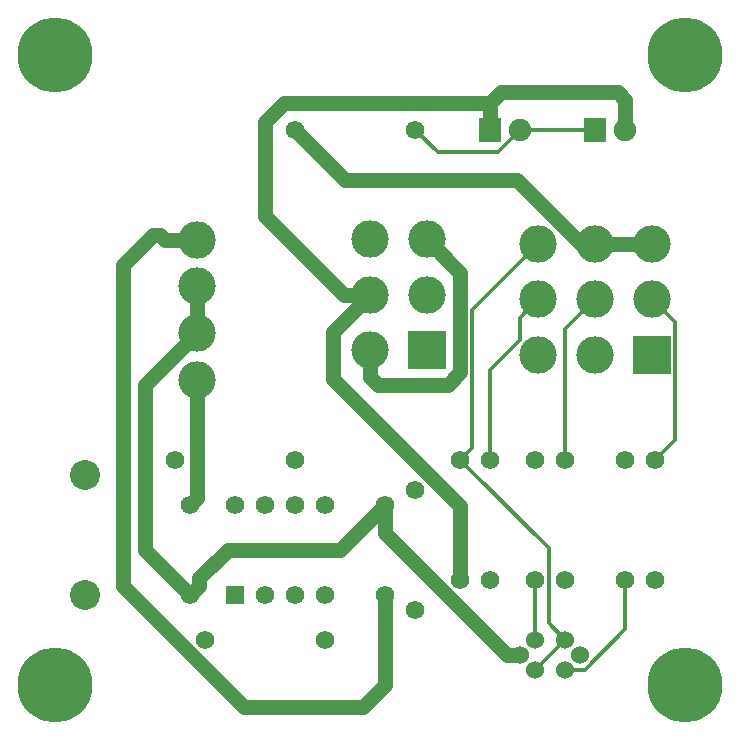
<source format=gbr>
G04 #@! TF.FileFunction,Copper,L2,Bot,Signal*
%FSLAX46Y46*%
G04 Gerber Fmt 4.6, Leading zero omitted, Abs format (unit mm)*
G04 Created by KiCad (PCBNEW (2016-03-22 BZR 6643, Git db8c72c)-product) date 4/2/2016 6:33:22 PM*
%MOMM*%
G01*
G04 APERTURE LIST*
%ADD10C,0.100000*%
%ADD11C,1.574800*%
%ADD12R,1.900000X2.000000*%
%ADD13C,1.900000*%
%ADD14C,3.175000*%
%ADD15R,3.175000X3.175000*%
%ADD16R,1.574800X1.574800*%
%ADD17C,2.540000*%
%ADD18C,6.350000*%
%ADD19C,1.524000*%
%ADD20C,1.270000*%
%ADD21C,0.304800*%
G04 APERTURE END LIST*
D10*
D11*
X111760000Y-92710000D03*
X111760000Y-100330000D03*
X128270000Y-100330000D03*
X128270000Y-92710000D03*
D12*
X146050000Y-60960000D03*
D13*
X148590000Y-60960000D03*
D12*
X137160000Y-60960000D03*
D13*
X139700000Y-60960000D03*
D14*
X112318800Y-82143600D03*
X112318800Y-78181200D03*
X112318800Y-74218800D03*
X112318800Y-70256400D03*
D11*
X120650000Y-60960000D03*
X130810000Y-60960000D03*
X148590000Y-88878951D03*
X148590000Y-99038951D03*
X151130000Y-88900000D03*
X151130000Y-99060000D03*
X137160000Y-88900000D03*
X137160000Y-99060000D03*
X134620000Y-88900000D03*
X134620000Y-99060000D03*
X140970000Y-88900000D03*
X140970000Y-99060000D03*
X143510000Y-88900000D03*
X143510000Y-99060000D03*
X130810000Y-101600000D03*
X130810000Y-91440000D03*
X113030000Y-104140000D03*
X123190000Y-104140000D03*
X110490000Y-88900000D03*
X120650000Y-88900000D03*
D15*
X131800600Y-79629000D03*
D14*
X131800600Y-74930000D03*
X131800600Y-70231000D03*
X127000000Y-79629000D03*
X127000000Y-74930000D03*
X127000000Y-70231000D03*
D15*
X150850600Y-80010000D03*
D14*
X150850600Y-75311000D03*
X150850600Y-70612000D03*
X146050000Y-80010000D03*
X146050000Y-75311000D03*
X146050000Y-70612000D03*
X141249400Y-80010000D03*
X141249400Y-75311000D03*
X141249400Y-70612000D03*
D16*
X115570000Y-100330000D03*
D11*
X118110000Y-100330000D03*
X120650000Y-100330000D03*
X123190000Y-100330000D03*
X123190000Y-92710000D03*
X120650000Y-92710000D03*
X118110000Y-92710000D03*
X115570000Y-92710000D03*
D17*
X102870000Y-100330000D03*
X102870000Y-90170000D03*
D18*
X100330000Y-107950000D03*
X153670000Y-107950000D03*
X100330000Y-54610000D03*
X153670000Y-54610000D03*
D19*
X144780000Y-105410000D03*
X143510000Y-106680000D03*
X143510000Y-104140000D03*
X140970000Y-104140000D03*
X140970000Y-106680000D03*
X139700000Y-105410000D03*
D20*
X112318800Y-82143600D02*
X112318800Y-92151200D01*
X112318800Y-92151200D02*
X111760000Y-92710000D01*
X112318800Y-78181200D02*
X107950000Y-82550000D01*
X107950000Y-96520000D02*
X110972601Y-99542601D01*
X107950000Y-82550000D02*
X107950000Y-96520000D01*
X110972601Y-99542601D02*
X111760000Y-100330000D01*
X128270000Y-92710000D02*
X128270000Y-95115890D01*
X128270000Y-95115890D02*
X138564110Y-105410000D01*
X138564110Y-105410000D02*
X138622370Y-105410000D01*
X138622370Y-105410000D02*
X139700000Y-105410000D01*
X114935000Y-96520000D02*
X124460000Y-96520000D01*
X112547399Y-99542601D02*
X112547399Y-98907601D01*
X111760000Y-100330000D02*
X112547399Y-99542601D01*
X112547399Y-98907601D02*
X114935000Y-96520000D01*
X124460000Y-96520000D02*
X128270000Y-92710000D01*
X112318800Y-74218800D02*
X112318800Y-78181200D01*
X128270000Y-100330000D02*
X128270000Y-107950000D01*
X116339110Y-109855000D02*
X106045000Y-99560890D01*
X109626400Y-70256400D02*
X112318800Y-70256400D01*
X128270000Y-107950000D02*
X126365000Y-109855000D01*
X126365000Y-109855000D02*
X116339110Y-109855000D01*
X106045000Y-99560890D02*
X106045000Y-72390000D01*
X108585000Y-69850000D02*
X109220000Y-69850000D01*
X109220000Y-69850000D02*
X109626400Y-70256400D01*
X106045000Y-72390000D02*
X108585000Y-69850000D01*
X134620000Y-81493362D02*
X134620000Y-73050400D01*
X134620000Y-73050400D02*
X131800600Y-70231000D01*
X127675936Y-82550000D02*
X133563362Y-82550000D01*
X133563362Y-82550000D02*
X134620000Y-81493362D01*
X127000000Y-79629000D02*
X127000000Y-81874064D01*
X127000000Y-81874064D02*
X127675936Y-82550000D01*
D21*
X130810000Y-60960000D02*
X132715000Y-62865000D01*
X132715000Y-62865000D02*
X137795000Y-62865000D01*
X137795000Y-62865000D02*
X138750001Y-61909999D01*
X138750001Y-61909999D02*
X139700000Y-60960000D01*
X146050000Y-60960000D02*
X139700000Y-60960000D01*
X143510000Y-106680000D02*
X145164050Y-106680000D01*
X145164050Y-106680000D02*
X148590000Y-103254050D01*
X148590000Y-103254050D02*
X148590000Y-100152502D01*
X148590000Y-100152502D02*
X148590000Y-99038951D01*
X143510000Y-104140000D02*
X142113001Y-102743001D01*
X142113001Y-102743001D02*
X142113001Y-96393001D01*
X142113001Y-96393001D02*
X135407399Y-89687399D01*
X135407399Y-89687399D02*
X134620000Y-88900000D01*
X140970000Y-106680000D02*
X141731999Y-105918001D01*
X141731999Y-105918001D02*
X143510000Y-104140000D01*
X141249400Y-70612000D02*
X135610610Y-76250790D01*
X135610610Y-76250790D02*
X135610610Y-87909390D01*
X135407399Y-88112601D02*
X134620000Y-88900000D01*
X135610610Y-87909390D02*
X135407399Y-88112601D01*
X140970000Y-104140000D02*
X140970000Y-99060000D01*
X150850600Y-75311000D02*
X152793701Y-77254101D01*
X152793701Y-77254101D02*
X152793701Y-87236299D01*
X151917399Y-88112601D02*
X151130000Y-88900000D01*
X152793701Y-87236299D02*
X151917399Y-88112601D01*
X141249400Y-75311000D02*
X139661901Y-76898499D01*
X139661901Y-76898499D02*
X139661901Y-78778099D01*
X139661901Y-78778099D02*
X137160000Y-81280000D01*
X137160000Y-81280000D02*
X137160000Y-87786449D01*
X137160000Y-87786449D02*
X137160000Y-88900000D01*
X146050000Y-75311000D02*
X143510000Y-77851000D01*
X143510000Y-77851000D02*
X143510000Y-88900000D01*
D20*
X127000000Y-74930000D02*
X123825000Y-78105000D01*
X123825000Y-78105000D02*
X123825000Y-82049110D01*
X123825000Y-82049110D02*
X134620000Y-92844110D01*
X134620000Y-92844110D02*
X134620000Y-97946449D01*
X134620000Y-97946449D02*
X134620000Y-99060000D01*
X118110000Y-60325000D02*
X119745000Y-58690000D01*
X119745000Y-58690000D02*
X137160000Y-58690000D01*
X118110000Y-68285064D02*
X118110000Y-60325000D01*
X127000000Y-74930000D02*
X124754936Y-74930000D01*
X124754936Y-74930000D02*
X118110000Y-68285064D01*
X148590000Y-60960000D02*
X148590000Y-58420000D01*
X147955000Y-57785000D02*
X138065000Y-57785000D01*
X148590000Y-58420000D02*
X147955000Y-57785000D01*
X138065000Y-57785000D02*
X137160000Y-58690000D01*
X137160000Y-58690000D02*
X137160000Y-60960000D01*
X146050000Y-70612000D02*
X144839438Y-70612000D01*
X144839438Y-70612000D02*
X139429228Y-65201790D01*
X139429228Y-65201790D02*
X124891790Y-65201790D01*
X124891790Y-65201790D02*
X121437399Y-61747399D01*
X121437399Y-61747399D02*
X120650000Y-60960000D01*
X150850600Y-70612000D02*
X146050000Y-70612000D01*
M02*

</source>
